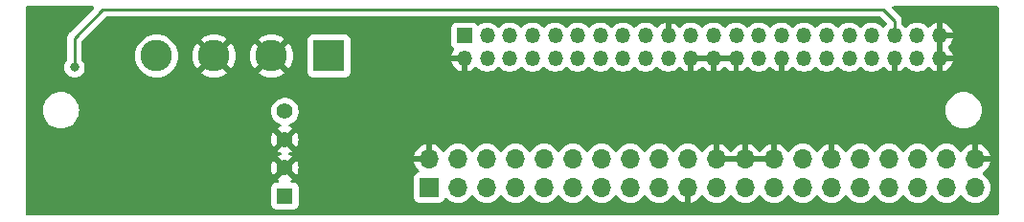
<source format=gbr>
%TF.GenerationSoftware,KiCad,Pcbnew,7.0.1*%
%TF.CreationDate,2023-04-11T11:00:07-05:00*%
%TF.ProjectId,ata_40_to_ata_44_adapter,6174615f-3430-45f7-946f-5f6174615f34,rev?*%
%TF.SameCoordinates,Original*%
%TF.FileFunction,Copper,L2,Bot*%
%TF.FilePolarity,Positive*%
%FSLAX46Y46*%
G04 Gerber Fmt 4.6, Leading zero omitted, Abs format (unit mm)*
G04 Created by KiCad (PCBNEW 7.0.1) date 2023-04-11 11:00:07*
%MOMM*%
%LPD*%
G01*
G04 APERTURE LIST*
%TA.AperFunction,ComponentPad*%
%ADD10C,1.408000*%
%TD*%
%TA.AperFunction,ComponentPad*%
%ADD11R,1.408000X1.408000*%
%TD*%
%TA.AperFunction,ComponentPad*%
%ADD12C,2.780000*%
%TD*%
%TA.AperFunction,ComponentPad*%
%ADD13R,2.780000X2.780000*%
%TD*%
%TA.AperFunction,ComponentPad*%
%ADD14R,1.350000X1.350000*%
%TD*%
%TA.AperFunction,ComponentPad*%
%ADD15O,1.350000X1.350000*%
%TD*%
%TA.AperFunction,ComponentPad*%
%ADD16R,1.700000X1.700000*%
%TD*%
%TA.AperFunction,ComponentPad*%
%ADD17O,1.700000X1.700000*%
%TD*%
%TA.AperFunction,ViaPad*%
%ADD18C,0.800000*%
%TD*%
%TA.AperFunction,Conductor*%
%ADD19C,0.250000*%
%TD*%
G04 APERTURE END LIST*
D10*
%TO.P,J4,4,Pin_4*%
%TO.N,+12V*%
X96900000Y-75800000D03*
%TO.P,J4,3,Pin_3*%
%TO.N,GROUND*%
X96900000Y-78300000D03*
%TO.P,J4,2,Pin_2*%
X96900000Y-80800000D03*
D11*
%TO.P,J4,1,Pin_1*%
%TO.N,+5V*%
X96900000Y-83300000D03*
%TD*%
D12*
%TO.P,J3,4,Pin_4*%
%TO.N,+5V*%
X85560000Y-70900000D03*
%TO.P,J3,3,Pin_3*%
%TO.N,GROUND*%
X90640000Y-70900000D03*
%TO.P,J3,2,Pin_2*%
X95720000Y-70900000D03*
D13*
%TO.P,J3,1,Pin_1*%
%TO.N,+12V*%
X100800000Y-70900000D03*
%TD*%
D14*
%TO.P,J2,1,Pin_1*%
%TO.N,RESET*%
X112785000Y-69120000D03*
D15*
%TO.P,J2,2,Pin_2*%
%TO.N,GROUND*%
X112785000Y-71120000D03*
%TO.P,J2,3,Pin_3*%
%TO.N,DATA_07*%
X114785000Y-69120000D03*
%TO.P,J2,4,Pin_4*%
%TO.N,DATA_08*%
X114785000Y-71120000D03*
%TO.P,J2,5,Pin_5*%
%TO.N,DATA_06*%
X116785000Y-69120000D03*
%TO.P,J2,6,Pin_6*%
%TO.N,DATA_09*%
X116785000Y-71120000D03*
%TO.P,J2,7,Pin_7*%
%TO.N,DATA_05*%
X118785000Y-69120000D03*
%TO.P,J2,8,Pin_8*%
%TO.N,DATA_10*%
X118785000Y-71120000D03*
%TO.P,J2,9,Pin_9*%
%TO.N,DATA_04*%
X120785000Y-69120000D03*
%TO.P,J2,10,Pin_10*%
%TO.N,DATA_11*%
X120785000Y-71120000D03*
%TO.P,J2,11,Pin_11*%
%TO.N,DATA_03*%
X122785000Y-69120000D03*
%TO.P,J2,12,Pin_12*%
%TO.N,DATA_12*%
X122785000Y-71120000D03*
%TO.P,J2,13,Pin_13*%
%TO.N,DATA_02*%
X124785000Y-69120000D03*
%TO.P,J2,14,Pin_14*%
%TO.N,DATA_13*%
X124785000Y-71120000D03*
%TO.P,J2,15,Pin_15*%
%TO.N,DATA_01*%
X126785000Y-69120000D03*
%TO.P,J2,16,Pin_16*%
%TO.N,DATA_14*%
X126785000Y-71120000D03*
%TO.P,J2,17,Pin_17*%
%TO.N,DATA_00*%
X128785000Y-69120000D03*
%TO.P,J2,18,Pin_18*%
%TO.N,DATA_15*%
X128785000Y-71120000D03*
%TO.P,J2,19,Pin_19*%
%TO.N,GROUND*%
X130785000Y-69120000D03*
%TO.P,J2,20,Pin_20*%
%TO.N,unconnected-(J2-Pin_20-Pad20)*%
X130785000Y-71120000D03*
%TO.P,J2,21,Pin_21*%
%TO.N,DMA_REQ*%
X132785000Y-69120000D03*
%TO.P,J2,22,Pin_22*%
%TO.N,GROUND*%
X132785000Y-71120000D03*
%TO.P,J2,23,Pin_23*%
%TO.N,WRITE_STROBE*%
X134785000Y-69120000D03*
%TO.P,J2,24,Pin_24*%
%TO.N,GROUND*%
X134785000Y-71120000D03*
%TO.P,J2,25,Pin_25*%
%TO.N,READ_STROBE*%
X136785000Y-69120000D03*
%TO.P,J2,26,Pin_26*%
%TO.N,GROUND*%
X136785000Y-71120000D03*
%TO.P,J2,27,Pin_27*%
%TO.N,IO_READY*%
X138785000Y-69120000D03*
%TO.P,J2,28,Pin_28*%
%TO.N,DEVICE_CFG*%
X138785000Y-71120000D03*
%TO.P,J2,29,Pin_29*%
%TO.N,DMA_ACK*%
X140785000Y-69120000D03*
%TO.P,J2,30,Pin_30*%
%TO.N,GROUND*%
X140785000Y-71120000D03*
%TO.P,J2,31,Pin_31*%
%TO.N,INTERRUPT_REQ*%
X142785000Y-69120000D03*
%TO.P,J2,32,Pin_32*%
%TO.N,IO_CHIPSEL_16*%
X142785000Y-71120000D03*
%TO.P,J2,33,Pin_33*%
%TO.N,ADDRESS_1*%
X144785000Y-69120000D03*
%TO.P,J2,34,Pin_34*%
%TO.N,PASSED_DIAG*%
X144785000Y-71120000D03*
%TO.P,J2,35,Pin_35*%
%TO.N,ADDRESS_0*%
X146785000Y-69120000D03*
%TO.P,J2,36,Pin_36*%
%TO.N,ADDRESS_2*%
X146785000Y-71120000D03*
%TO.P,J2,37,Pin_37*%
%TO.N,IDE_CS0*%
X148785000Y-69120000D03*
%TO.P,J2,38,Pin_38*%
%TO.N,IDE_CS1*%
X148785000Y-71120000D03*
%TO.P,J2,39,Pin_39*%
%TO.N,LED_DRIVER*%
X150785000Y-69120000D03*
%TO.P,J2,40,Pin_40*%
%TO.N,GROUND*%
X150785000Y-71120000D03*
%TO.P,J2,41,Pin_41*%
%TO.N,+5V*%
X152785000Y-69120000D03*
%TO.P,J2,42,Pin_42*%
X152785000Y-71120000D03*
%TO.P,J2,43,Pin_43*%
%TO.N,GROUND*%
X154785000Y-69120000D03*
%TO.P,J2,44,Pin_44*%
X154785000Y-71120000D03*
%TD*%
D16*
%TO.P,J1,1,Pin_1*%
%TO.N,RESET*%
X109660000Y-82560000D03*
D17*
%TO.P,J1,2,Pin_2*%
%TO.N,GROUND*%
X109660000Y-80020000D03*
%TO.P,J1,3,Pin_3*%
%TO.N,DATA_07*%
X112200000Y-82560000D03*
%TO.P,J1,4,Pin_4*%
%TO.N,DATA_08*%
X112200000Y-80020000D03*
%TO.P,J1,5,Pin_5*%
%TO.N,DATA_06*%
X114740000Y-82560000D03*
%TO.P,J1,6,Pin_6*%
%TO.N,DATA_09*%
X114740000Y-80020000D03*
%TO.P,J1,7,Pin_7*%
%TO.N,DATA_05*%
X117280000Y-82560000D03*
%TO.P,J1,8,Pin_8*%
%TO.N,DATA_10*%
X117280000Y-80020000D03*
%TO.P,J1,9,Pin_9*%
%TO.N,DATA_04*%
X119820000Y-82560000D03*
%TO.P,J1,10,Pin_10*%
%TO.N,DATA_11*%
X119820000Y-80020000D03*
%TO.P,J1,11,Pin_11*%
%TO.N,DATA_03*%
X122360000Y-82560000D03*
%TO.P,J1,12,Pin_12*%
%TO.N,DATA_12*%
X122360000Y-80020000D03*
%TO.P,J1,13,Pin_13*%
%TO.N,DATA_02*%
X124900000Y-82560000D03*
%TO.P,J1,14,Pin_14*%
%TO.N,DATA_13*%
X124900000Y-80020000D03*
%TO.P,J1,15,Pin_15*%
%TO.N,DATA_01*%
X127440000Y-82560000D03*
%TO.P,J1,16,Pin_16*%
%TO.N,DATA_14*%
X127440000Y-80020000D03*
%TO.P,J1,17,Pin_17*%
%TO.N,DATA_00*%
X129980000Y-82560000D03*
%TO.P,J1,18,Pin_18*%
%TO.N,DATA_15*%
X129980000Y-80020000D03*
%TO.P,J1,19,Pin_19*%
%TO.N,GROUND*%
X132520000Y-82560000D03*
%TO.P,J1,20,Pin_20*%
%TO.N,unconnected-(J1-Pin_20-Pad20)*%
X132520000Y-80020000D03*
%TO.P,J1,21,Pin_21*%
%TO.N,DMA_REQ*%
X135060000Y-82560000D03*
%TO.P,J1,22,Pin_22*%
%TO.N,GROUND*%
X135060000Y-80020000D03*
%TO.P,J1,23,Pin_23*%
%TO.N,WRITE_STROBE*%
X137600000Y-82560000D03*
%TO.P,J1,24,Pin_24*%
%TO.N,GROUND*%
X137600000Y-80020000D03*
%TO.P,J1,25,Pin_25*%
%TO.N,READ_STROBE*%
X140140000Y-82560000D03*
%TO.P,J1,26,Pin_26*%
%TO.N,GROUND*%
X140140000Y-80020000D03*
%TO.P,J1,27,Pin_27*%
%TO.N,IO_READY*%
X142680000Y-82560000D03*
%TO.P,J1,28,Pin_28*%
%TO.N,DEVICE_CFG*%
X142680000Y-80020000D03*
%TO.P,J1,29,Pin_29*%
%TO.N,DMA_ACK*%
X145220000Y-82560000D03*
%TO.P,J1,30,Pin_30*%
%TO.N,GROUND*%
X145220000Y-80020000D03*
%TO.P,J1,31,Pin_31*%
%TO.N,INTERRUPT_REQ*%
X147760000Y-82560000D03*
%TO.P,J1,32,Pin_32*%
%TO.N,IO_CHIPSEL_16*%
X147760000Y-80020000D03*
%TO.P,J1,33,Pin_33*%
%TO.N,ADDRESS_1*%
X150300000Y-82560000D03*
%TO.P,J1,34,Pin_34*%
%TO.N,PASSED_DIAG*%
X150300000Y-80020000D03*
%TO.P,J1,35,Pin_35*%
%TO.N,ADDRESS_0*%
X152840000Y-82560000D03*
%TO.P,J1,36,Pin_36*%
%TO.N,ADDRESS_2*%
X152840000Y-80020000D03*
%TO.P,J1,37,Pin_37*%
%TO.N,IDE_CS0*%
X155380000Y-82560000D03*
%TO.P,J1,38,Pin_38*%
%TO.N,IDE_CS1*%
X155380000Y-80020000D03*
%TO.P,J1,39,Pin_39*%
%TO.N,LED_DRIVER*%
X157920000Y-82560000D03*
%TO.P,J1,40,Pin_40*%
%TO.N,GROUND*%
X157920000Y-80020000D03*
%TD*%
D18*
%TO.N,LED_DRIVER*%
X78300000Y-71900000D03*
%TD*%
D19*
%TO.N,LED_DRIVER*%
X78300000Y-69300000D02*
X78300000Y-71900000D01*
X149800000Y-66800000D02*
X80800000Y-66800000D01*
X80800000Y-66800000D02*
X78300000Y-69300000D01*
X150785000Y-67785000D02*
X149800000Y-66800000D01*
X150785000Y-69120000D02*
X150785000Y-67785000D01*
%TD*%
%TA.AperFunction,Conductor*%
%TO.N,GROUND*%
G36*
X79971843Y-66514015D02*
G01*
X80015866Y-66551615D01*
X80038021Y-66605102D01*
X80033479Y-66662818D01*
X80003229Y-66712181D01*
X77916208Y-68799199D01*
X77900110Y-68812096D01*
X77852096Y-68863225D01*
X77849391Y-68866017D01*
X77829874Y-68885534D01*
X77827415Y-68888705D01*
X77819842Y-68897572D01*
X77789935Y-68929420D01*
X77780285Y-68946974D01*
X77769609Y-68963228D01*
X77757326Y-68979063D01*
X77739975Y-69019158D01*
X77734838Y-69029644D01*
X77713802Y-69067907D01*
X77708821Y-69087309D01*
X77702520Y-69105711D01*
X77694561Y-69124102D01*
X77687728Y-69167242D01*
X77685360Y-69178674D01*
X77674500Y-69220978D01*
X77674500Y-69241016D01*
X77672973Y-69260415D01*
X77669840Y-69280194D01*
X77673950Y-69323675D01*
X77674500Y-69335344D01*
X77674500Y-71201313D01*
X77666264Y-71245751D01*
X77642652Y-71284282D01*
X77609545Y-71321051D01*
X77567464Y-71367786D01*
X77472820Y-71531715D01*
X77414326Y-71711742D01*
X77394540Y-71900000D01*
X77414326Y-72088257D01*
X77472820Y-72268284D01*
X77567466Y-72432216D01*
X77694129Y-72572889D01*
X77847269Y-72684151D01*
X78020197Y-72761144D01*
X78205352Y-72800500D01*
X78205354Y-72800500D01*
X78394646Y-72800500D01*
X78394648Y-72800500D01*
X78518084Y-72774262D01*
X78579803Y-72761144D01*
X78752730Y-72684151D01*
X78905871Y-72572888D01*
X79032533Y-72432216D01*
X79127179Y-72268284D01*
X79185674Y-72088256D01*
X79205460Y-71900000D01*
X79185674Y-71711744D01*
X79155332Y-71618363D01*
X79127179Y-71531715D01*
X79032535Y-71367786D01*
X79019427Y-71353229D01*
X78957347Y-71284282D01*
X78933736Y-71245751D01*
X78925500Y-71201313D01*
X78925500Y-70899999D01*
X83664670Y-70899999D01*
X83683963Y-71169734D01*
X83741443Y-71433971D01*
X83835949Y-71687350D01*
X83965548Y-71924693D01*
X84127606Y-72141177D01*
X84318822Y-72332393D01*
X84535306Y-72494451D01*
X84535308Y-72494452D01*
X84772652Y-72624052D01*
X85026024Y-72718555D01*
X85026027Y-72718555D01*
X85026028Y-72718556D01*
X85075415Y-72729299D01*
X85290267Y-72776037D01*
X85560000Y-72795329D01*
X85829733Y-72776037D01*
X86093976Y-72718555D01*
X86347348Y-72624052D01*
X86584692Y-72494452D01*
X86708818Y-72401533D01*
X89492018Y-72401533D01*
X89492019Y-72401534D01*
X89615576Y-72494029D01*
X89852856Y-72623593D01*
X90106169Y-72718075D01*
X90370336Y-72775540D01*
X90640000Y-72794828D01*
X90909663Y-72775540D01*
X91173830Y-72718075D01*
X91427143Y-72623593D01*
X91664423Y-72494029D01*
X91787980Y-72401534D01*
X91787980Y-72401533D01*
X94572018Y-72401533D01*
X94572019Y-72401534D01*
X94695576Y-72494029D01*
X94932856Y-72623593D01*
X95186169Y-72718075D01*
X95450336Y-72775540D01*
X95720000Y-72794828D01*
X95989663Y-72775540D01*
X96253830Y-72718075D01*
X96507143Y-72623593D01*
X96744423Y-72494029D01*
X96867980Y-72401534D01*
X96867980Y-72401533D01*
X96804316Y-72337869D01*
X98909500Y-72337869D01*
X98915909Y-72397484D01*
X98941056Y-72464907D01*
X98966204Y-72532331D01*
X99052454Y-72647546D01*
X99167669Y-72733796D01*
X99302517Y-72784091D01*
X99362127Y-72790500D01*
X102237872Y-72790499D01*
X102297483Y-72784091D01*
X102432331Y-72733796D01*
X102547546Y-72647546D01*
X102633796Y-72532331D01*
X102684091Y-72397483D01*
X102690500Y-72337873D01*
X102690500Y-71370000D01*
X111634495Y-71370000D01*
X111684651Y-71546278D01*
X111781712Y-71741205D01*
X111912944Y-71914985D01*
X112073868Y-72061685D01*
X112259012Y-72176322D01*
X112462069Y-72254986D01*
X112535000Y-72268620D01*
X112535000Y-71370000D01*
X111634495Y-71370000D01*
X102690500Y-71370000D01*
X102690499Y-69462128D01*
X102684091Y-69402517D01*
X102633796Y-69267669D01*
X102547546Y-69152454D01*
X102432331Y-69066204D01*
X102297483Y-69015909D01*
X102237873Y-69009500D01*
X102237869Y-69009500D01*
X99362130Y-69009500D01*
X99302515Y-69015909D01*
X99167669Y-69066204D01*
X99052454Y-69152454D01*
X98966204Y-69267668D01*
X98915909Y-69402516D01*
X98909500Y-69462130D01*
X98909500Y-72337869D01*
X96804316Y-72337869D01*
X95720001Y-71253553D01*
X95720000Y-71253553D01*
X94572018Y-72401533D01*
X91787980Y-72401533D01*
X90640001Y-71253553D01*
X90640000Y-71253553D01*
X89492018Y-72401533D01*
X86708818Y-72401533D01*
X86801177Y-72332394D01*
X86992394Y-72141177D01*
X87154452Y-71924692D01*
X87284052Y-71687348D01*
X87378555Y-71433976D01*
X87436037Y-71169733D01*
X87455329Y-70900000D01*
X88745171Y-70900000D01*
X88764459Y-71169663D01*
X88821924Y-71433830D01*
X88916406Y-71687143D01*
X89045967Y-71924418D01*
X89138465Y-72047980D01*
X90286446Y-70900001D01*
X90286446Y-70900000D01*
X90993553Y-70900000D01*
X92141533Y-72047980D01*
X92141534Y-72047980D01*
X92234029Y-71924423D01*
X92363593Y-71687143D01*
X92458075Y-71433830D01*
X92515540Y-71169663D01*
X92534828Y-70900000D01*
X93825171Y-70900000D01*
X93844459Y-71169663D01*
X93901924Y-71433830D01*
X93996406Y-71687143D01*
X94125967Y-71924418D01*
X94218465Y-72047980D01*
X95366446Y-70900001D01*
X96073553Y-70900001D01*
X97221533Y-72047980D01*
X97221534Y-72047980D01*
X97314029Y-71924423D01*
X97443593Y-71687143D01*
X97538075Y-71433830D01*
X97595540Y-71169663D01*
X97614828Y-70900000D01*
X97595540Y-70630336D01*
X97538075Y-70366169D01*
X97443593Y-70112856D01*
X97314029Y-69875576D01*
X97221534Y-69752019D01*
X97221533Y-69752018D01*
X96073553Y-70900000D01*
X96073553Y-70900001D01*
X95366446Y-70900001D01*
X95366446Y-70900000D01*
X94218465Y-69752018D01*
X94125967Y-69875580D01*
X93996406Y-70112856D01*
X93901924Y-70366169D01*
X93844459Y-70630336D01*
X93825171Y-70900000D01*
X92534828Y-70900000D01*
X92515540Y-70630336D01*
X92458075Y-70366169D01*
X92363593Y-70112856D01*
X92234029Y-69875576D01*
X92141534Y-69752019D01*
X92141533Y-69752018D01*
X90993553Y-70900000D01*
X90286446Y-70900000D01*
X89138465Y-69752018D01*
X89045967Y-69875580D01*
X88916406Y-70112856D01*
X88821924Y-70366169D01*
X88764459Y-70630336D01*
X88745171Y-70900000D01*
X87455329Y-70900000D01*
X87436037Y-70630267D01*
X87378555Y-70366024D01*
X87284052Y-70112652D01*
X87154452Y-69875308D01*
X87118840Y-69827736D01*
X86992393Y-69658822D01*
X86801177Y-69467606D01*
X86708815Y-69398465D01*
X89492018Y-69398465D01*
X90639998Y-70546446D01*
X90639999Y-70546446D01*
X91787980Y-69398465D01*
X94572018Y-69398465D01*
X95719998Y-70546446D01*
X95719999Y-70546446D01*
X96867980Y-69398465D01*
X96744418Y-69305967D01*
X96507143Y-69176406D01*
X96253830Y-69081924D01*
X95989663Y-69024459D01*
X95720000Y-69005171D01*
X95450336Y-69024459D01*
X95186169Y-69081924D01*
X94932856Y-69176406D01*
X94695580Y-69305967D01*
X94572018Y-69398465D01*
X91787980Y-69398465D01*
X91664418Y-69305967D01*
X91427143Y-69176406D01*
X91173830Y-69081924D01*
X90909663Y-69024459D01*
X90640000Y-69005171D01*
X90370336Y-69024459D01*
X90106169Y-69081924D01*
X89852856Y-69176406D01*
X89615580Y-69305967D01*
X89492018Y-69398465D01*
X86708815Y-69398465D01*
X86584693Y-69305548D01*
X86347350Y-69175949D01*
X86347349Y-69175948D01*
X86347348Y-69175948D01*
X86159036Y-69105711D01*
X86093971Y-69081443D01*
X85829734Y-69023963D01*
X85560000Y-69004670D01*
X85290265Y-69023963D01*
X85026028Y-69081443D01*
X84772649Y-69175949D01*
X84535306Y-69305548D01*
X84318822Y-69467606D01*
X84127606Y-69658822D01*
X83965548Y-69875306D01*
X83835949Y-70112649D01*
X83741443Y-70366028D01*
X83683963Y-70630265D01*
X83664670Y-70899999D01*
X78925500Y-70899999D01*
X78925500Y-69610452D01*
X78934939Y-69562999D01*
X78961819Y-69522771D01*
X81022772Y-67461819D01*
X81063000Y-67434939D01*
X81110453Y-67425500D01*
X149489548Y-67425500D01*
X149537001Y-67434939D01*
X149577228Y-67461818D01*
X150098592Y-67983183D01*
X150128018Y-68030099D01*
X150134084Y-68085148D01*
X150115579Y-68137348D01*
X150076194Y-68176285D01*
X150073569Y-68177910D01*
X149912573Y-68324677D01*
X149883954Y-68362575D01*
X149840271Y-68398848D01*
X149785000Y-68411848D01*
X149729729Y-68398848D01*
X149686046Y-68362575D01*
X149657681Y-68325015D01*
X149657427Y-68324678D01*
X149496432Y-68177912D01*
X149430919Y-68137348D01*
X149311208Y-68063226D01*
X149108073Y-67984531D01*
X149108070Y-67984530D01*
X149108069Y-67984530D01*
X148893926Y-67944500D01*
X148676074Y-67944500D01*
X148469148Y-67983181D01*
X148461926Y-67984531D01*
X148258791Y-68063226D01*
X148073567Y-68177912D01*
X147912573Y-68324677D01*
X147883954Y-68362575D01*
X147840271Y-68398848D01*
X147785000Y-68411848D01*
X147729729Y-68398848D01*
X147686046Y-68362575D01*
X147657681Y-68325015D01*
X147657427Y-68324678D01*
X147496432Y-68177912D01*
X147430919Y-68137348D01*
X147311208Y-68063226D01*
X147108073Y-67984531D01*
X147108070Y-67984530D01*
X147108069Y-67984530D01*
X146893926Y-67944500D01*
X146676074Y-67944500D01*
X146469148Y-67983181D01*
X146461926Y-67984531D01*
X146258791Y-68063226D01*
X146073567Y-68177912D01*
X145912573Y-68324677D01*
X145883954Y-68362575D01*
X145840271Y-68398848D01*
X145785000Y-68411848D01*
X145729729Y-68398848D01*
X145686046Y-68362575D01*
X145657681Y-68325015D01*
X145657427Y-68324678D01*
X145496432Y-68177912D01*
X145430919Y-68137348D01*
X145311208Y-68063226D01*
X145108073Y-67984531D01*
X145108070Y-67984530D01*
X145108069Y-67984530D01*
X144893926Y-67944500D01*
X144676074Y-67944500D01*
X144469148Y-67983181D01*
X144461926Y-67984531D01*
X144258791Y-68063226D01*
X144073567Y-68177912D01*
X143912573Y-68324677D01*
X143883954Y-68362575D01*
X143840271Y-68398848D01*
X143785000Y-68411848D01*
X143729729Y-68398848D01*
X143686046Y-68362575D01*
X143657681Y-68325015D01*
X143657427Y-68324678D01*
X143496432Y-68177912D01*
X143430919Y-68137348D01*
X143311208Y-68063226D01*
X143108073Y-67984531D01*
X143108070Y-67984530D01*
X143108069Y-67984530D01*
X142893926Y-67944500D01*
X142676074Y-67944500D01*
X142469148Y-67983181D01*
X142461926Y-67984531D01*
X142258791Y-68063226D01*
X142073567Y-68177912D01*
X141912573Y-68324677D01*
X141883954Y-68362575D01*
X141840271Y-68398848D01*
X141785000Y-68411848D01*
X141729729Y-68398848D01*
X141686046Y-68362575D01*
X141657681Y-68325015D01*
X141657427Y-68324678D01*
X141496432Y-68177912D01*
X141430919Y-68137348D01*
X141311208Y-68063226D01*
X141108073Y-67984531D01*
X141108070Y-67984530D01*
X141108069Y-67984530D01*
X140893926Y-67944500D01*
X140676074Y-67944500D01*
X140469148Y-67983181D01*
X140461926Y-67984531D01*
X140258791Y-68063226D01*
X140073567Y-68177912D01*
X139912573Y-68324677D01*
X139883954Y-68362575D01*
X139840271Y-68398848D01*
X139785000Y-68411848D01*
X139729729Y-68398848D01*
X139686046Y-68362575D01*
X139657681Y-68325015D01*
X139657427Y-68324678D01*
X139496432Y-68177912D01*
X139430919Y-68137348D01*
X139311208Y-68063226D01*
X139108073Y-67984531D01*
X139108070Y-67984530D01*
X139108069Y-67984530D01*
X138893926Y-67944500D01*
X138676074Y-67944500D01*
X138469148Y-67983181D01*
X138461926Y-67984531D01*
X138258791Y-68063226D01*
X138073567Y-68177912D01*
X137912573Y-68324677D01*
X137883954Y-68362575D01*
X137840271Y-68398848D01*
X137785000Y-68411848D01*
X137729729Y-68398848D01*
X137686046Y-68362575D01*
X137657681Y-68325015D01*
X137657427Y-68324678D01*
X137496432Y-68177912D01*
X137430919Y-68137348D01*
X137311208Y-68063226D01*
X137108073Y-67984531D01*
X137108070Y-67984530D01*
X137108069Y-67984530D01*
X136893926Y-67944500D01*
X136676074Y-67944500D01*
X136469148Y-67983181D01*
X136461926Y-67984531D01*
X136258791Y-68063226D01*
X136073567Y-68177912D01*
X135912573Y-68324677D01*
X135883954Y-68362575D01*
X135840271Y-68398848D01*
X135785000Y-68411848D01*
X135729729Y-68398848D01*
X135686046Y-68362575D01*
X135657681Y-68325015D01*
X135657427Y-68324678D01*
X135496432Y-68177912D01*
X135430919Y-68137348D01*
X135311208Y-68063226D01*
X135108073Y-67984531D01*
X135108070Y-67984530D01*
X135108069Y-67984530D01*
X134893926Y-67944500D01*
X134676074Y-67944500D01*
X134469148Y-67983181D01*
X134461926Y-67984531D01*
X134258791Y-68063226D01*
X134073567Y-68177912D01*
X133912573Y-68324677D01*
X133883954Y-68362575D01*
X133840271Y-68398848D01*
X133785000Y-68411848D01*
X133729729Y-68398848D01*
X133686046Y-68362575D01*
X133657681Y-68325015D01*
X133657427Y-68324678D01*
X133496432Y-68177912D01*
X133430919Y-68137348D01*
X133311208Y-68063226D01*
X133108073Y-67984531D01*
X133108070Y-67984530D01*
X133108069Y-67984530D01*
X132893926Y-67944500D01*
X132676074Y-67944500D01*
X132469148Y-67983181D01*
X132461926Y-67984531D01*
X132258791Y-68063226D01*
X132073567Y-68177912D01*
X131912572Y-68324678D01*
X131883639Y-68362991D01*
X131839956Y-68399264D01*
X131784685Y-68412263D01*
X131729413Y-68399263D01*
X131685731Y-68362989D01*
X131657054Y-68325013D01*
X131496131Y-68178314D01*
X131310987Y-68063677D01*
X131107930Y-67985013D01*
X131035000Y-67971380D01*
X131035000Y-69246000D01*
X131018387Y-69308000D01*
X130973000Y-69353387D01*
X130911000Y-69370000D01*
X130659000Y-69370000D01*
X130597000Y-69353387D01*
X130551613Y-69308000D01*
X130535000Y-69246000D01*
X130535000Y-67971380D01*
X130462069Y-67985013D01*
X130259012Y-68063677D01*
X130073868Y-68178314D01*
X129912944Y-68325015D01*
X129884267Y-68362990D01*
X129840584Y-68399263D01*
X129785313Y-68412263D01*
X129730041Y-68399263D01*
X129686359Y-68362990D01*
X129657426Y-68324676D01*
X129496432Y-68177912D01*
X129311208Y-68063226D01*
X129108073Y-67984531D01*
X129108070Y-67984530D01*
X129108069Y-67984530D01*
X128893926Y-67944500D01*
X128676074Y-67944500D01*
X128469148Y-67983181D01*
X128461926Y-67984531D01*
X128258791Y-68063226D01*
X128073567Y-68177912D01*
X127912573Y-68324677D01*
X127883954Y-68362575D01*
X127840271Y-68398848D01*
X127785000Y-68411848D01*
X127729729Y-68398848D01*
X127686046Y-68362575D01*
X127657681Y-68325015D01*
X127657427Y-68324678D01*
X127496432Y-68177912D01*
X127430919Y-68137348D01*
X127311208Y-68063226D01*
X127108073Y-67984531D01*
X127108070Y-67984530D01*
X127108069Y-67984530D01*
X126893926Y-67944500D01*
X126676074Y-67944500D01*
X126469148Y-67983181D01*
X126461926Y-67984531D01*
X126258791Y-68063226D01*
X126073567Y-68177912D01*
X125912573Y-68324677D01*
X125883954Y-68362575D01*
X125840271Y-68398848D01*
X125785000Y-68411848D01*
X125729729Y-68398848D01*
X125686046Y-68362575D01*
X125657681Y-68325015D01*
X125657427Y-68324678D01*
X125496432Y-68177912D01*
X125430919Y-68137348D01*
X125311208Y-68063226D01*
X125108073Y-67984531D01*
X125108070Y-67984530D01*
X125108069Y-67984530D01*
X124893926Y-67944500D01*
X124676074Y-67944500D01*
X124469148Y-67983181D01*
X124461926Y-67984531D01*
X124258791Y-68063226D01*
X124073567Y-68177912D01*
X123912573Y-68324677D01*
X123883954Y-68362575D01*
X123840271Y-68398848D01*
X123785000Y-68411848D01*
X123729729Y-68398848D01*
X123686046Y-68362575D01*
X123657681Y-68325015D01*
X123657427Y-68324678D01*
X123496432Y-68177912D01*
X123430919Y-68137348D01*
X123311208Y-68063226D01*
X123108073Y-67984531D01*
X123108070Y-67984530D01*
X123108069Y-67984530D01*
X122893926Y-67944500D01*
X122676074Y-67944500D01*
X122469148Y-67983181D01*
X122461926Y-67984531D01*
X122258791Y-68063226D01*
X122073567Y-68177912D01*
X121912573Y-68324677D01*
X121883954Y-68362575D01*
X121840271Y-68398848D01*
X121785000Y-68411848D01*
X121729729Y-68398848D01*
X121686046Y-68362575D01*
X121657681Y-68325015D01*
X121657427Y-68324678D01*
X121496432Y-68177912D01*
X121430919Y-68137348D01*
X121311208Y-68063226D01*
X121108073Y-67984531D01*
X121108070Y-67984530D01*
X121108069Y-67984530D01*
X120893926Y-67944500D01*
X120676074Y-67944500D01*
X120469148Y-67983181D01*
X120461926Y-67984531D01*
X120258791Y-68063226D01*
X120073567Y-68177912D01*
X119912573Y-68324677D01*
X119883954Y-68362575D01*
X119840271Y-68398848D01*
X119785000Y-68411848D01*
X119729729Y-68398848D01*
X119686046Y-68362575D01*
X119657681Y-68325015D01*
X119657427Y-68324678D01*
X119496432Y-68177912D01*
X119430919Y-68137348D01*
X119311208Y-68063226D01*
X119108073Y-67984531D01*
X119108070Y-67984530D01*
X119108069Y-67984530D01*
X118893926Y-67944500D01*
X118676074Y-67944500D01*
X118469148Y-67983181D01*
X118461926Y-67984531D01*
X118258791Y-68063226D01*
X118073567Y-68177912D01*
X117912573Y-68324677D01*
X117883954Y-68362575D01*
X117840271Y-68398848D01*
X117785000Y-68411848D01*
X117729729Y-68398848D01*
X117686046Y-68362575D01*
X117657681Y-68325015D01*
X117657427Y-68324678D01*
X117496432Y-68177912D01*
X117430919Y-68137348D01*
X117311208Y-68063226D01*
X117108073Y-67984531D01*
X117108070Y-67984530D01*
X117108069Y-67984530D01*
X116893926Y-67944500D01*
X116676074Y-67944500D01*
X116469148Y-67983181D01*
X116461926Y-67984531D01*
X116258791Y-68063226D01*
X116073567Y-68177912D01*
X115912573Y-68324677D01*
X115883954Y-68362575D01*
X115840271Y-68398848D01*
X115785000Y-68411848D01*
X115729729Y-68398848D01*
X115686046Y-68362575D01*
X115657681Y-68325015D01*
X115657427Y-68324678D01*
X115496432Y-68177912D01*
X115430919Y-68137348D01*
X115311208Y-68063226D01*
X115108073Y-67984531D01*
X115108070Y-67984530D01*
X115108069Y-67984530D01*
X114893926Y-67944500D01*
X114676074Y-67944500D01*
X114469148Y-67983181D01*
X114461926Y-67984531D01*
X114258794Y-68063225D01*
X114073564Y-68177914D01*
X114062584Y-68187924D01*
X114001661Y-68218203D01*
X113933932Y-68211782D01*
X113879784Y-68170593D01*
X113817546Y-68087454D01*
X113702331Y-68001204D01*
X113567483Y-67950909D01*
X113567482Y-67950908D01*
X113507873Y-67944500D01*
X113507869Y-67944500D01*
X112062130Y-67944500D01*
X112002515Y-67950909D01*
X111867669Y-68001204D01*
X111752454Y-68087454D01*
X111666204Y-68202668D01*
X111615909Y-68337516D01*
X111609500Y-68397130D01*
X111609500Y-69842869D01*
X111615909Y-69902484D01*
X111620698Y-69915324D01*
X111666204Y-70037331D01*
X111752454Y-70152546D01*
X111830936Y-70211298D01*
X111838504Y-70216963D01*
X111878250Y-70267577D01*
X111887274Y-70331296D01*
X111863148Y-70390956D01*
X111781712Y-70498795D01*
X111684651Y-70693721D01*
X111634494Y-70869999D01*
X111634495Y-70870000D01*
X112911000Y-70870000D01*
X112973000Y-70886613D01*
X113018387Y-70932000D01*
X113035000Y-70994000D01*
X113035000Y-72268620D01*
X113107930Y-72254986D01*
X113310987Y-72176322D01*
X113496131Y-72061685D01*
X113657052Y-71914987D01*
X113685730Y-71877011D01*
X113729413Y-71840737D01*
X113784685Y-71827736D01*
X113839957Y-71840735D01*
X113883640Y-71877009D01*
X113912573Y-71915323D01*
X114058092Y-72047980D01*
X114073568Y-72062088D01*
X114115831Y-72088256D01*
X114258791Y-72176773D01*
X114442991Y-72248132D01*
X114461931Y-72255470D01*
X114676074Y-72295500D01*
X114893924Y-72295500D01*
X114893926Y-72295500D01*
X115108069Y-72255470D01*
X115243496Y-72203004D01*
X115311208Y-72176773D01*
X115311210Y-72176772D01*
X115496432Y-72062088D01*
X115657427Y-71915322D01*
X115686045Y-71877424D01*
X115729728Y-71841150D01*
X115785000Y-71828150D01*
X115840272Y-71841150D01*
X115883955Y-71877425D01*
X115912572Y-71915322D01*
X116058092Y-72047980D01*
X116073568Y-72062088D01*
X116115831Y-72088256D01*
X116258791Y-72176773D01*
X116442991Y-72248132D01*
X116461931Y-72255470D01*
X116676074Y-72295500D01*
X116893924Y-72295500D01*
X116893926Y-72295500D01*
X117108069Y-72255470D01*
X117243496Y-72203004D01*
X117311208Y-72176773D01*
X117311210Y-72176772D01*
X117496432Y-72062088D01*
X117657427Y-71915322D01*
X117686045Y-71877424D01*
X117729728Y-71841150D01*
X117785000Y-71828150D01*
X117840272Y-71841150D01*
X117883955Y-71877425D01*
X117912572Y-71915322D01*
X118058092Y-72047980D01*
X118073568Y-72062088D01*
X118115831Y-72088256D01*
X118258791Y-72176773D01*
X118442991Y-72248132D01*
X118461931Y-72255470D01*
X118676074Y-72295500D01*
X118893924Y-72295500D01*
X118893926Y-72295500D01*
X119108069Y-72255470D01*
X119243496Y-72203004D01*
X119311208Y-72176773D01*
X119311210Y-72176772D01*
X119496432Y-72062088D01*
X119657427Y-71915322D01*
X119686045Y-71877424D01*
X119729728Y-71841150D01*
X119785000Y-71828150D01*
X119840272Y-71841150D01*
X119883955Y-71877425D01*
X119912572Y-71915322D01*
X120058092Y-72047980D01*
X120073568Y-72062088D01*
X120115831Y-72088256D01*
X120258791Y-72176773D01*
X120442991Y-72248132D01*
X120461931Y-72255470D01*
X120676074Y-72295500D01*
X120893924Y-72295500D01*
X120893926Y-72295500D01*
X121108069Y-72255470D01*
X121243496Y-72203004D01*
X121311208Y-72176773D01*
X121311210Y-72176772D01*
X121496432Y-72062088D01*
X121657427Y-71915322D01*
X121686045Y-71877424D01*
X121729728Y-71841150D01*
X121785000Y-71828150D01*
X121840272Y-71841150D01*
X121883955Y-71877425D01*
X121912572Y-71915322D01*
X122058092Y-72047980D01*
X122073568Y-72062088D01*
X122115831Y-72088256D01*
X122258791Y-72176773D01*
X122442991Y-72248132D01*
X122461931Y-72255470D01*
X122676074Y-72295500D01*
X122893924Y-72295500D01*
X122893926Y-72295500D01*
X123108069Y-72255470D01*
X123243496Y-72203004D01*
X123311208Y-72176773D01*
X123311210Y-72176772D01*
X123496432Y-72062088D01*
X123657427Y-71915322D01*
X123686045Y-71877424D01*
X123729728Y-71841150D01*
X123785000Y-71828150D01*
X123840272Y-71841150D01*
X123883955Y-71877425D01*
X123912572Y-71915322D01*
X124058092Y-72047980D01*
X124073568Y-72062088D01*
X124115831Y-72088256D01*
X124258791Y-72176773D01*
X124442991Y-72248132D01*
X124461931Y-72255470D01*
X124676074Y-72295500D01*
X124893924Y-72295500D01*
X124893926Y-72295500D01*
X125108069Y-72255470D01*
X125243496Y-72203004D01*
X125311208Y-72176773D01*
X125311210Y-72176772D01*
X125496432Y-72062088D01*
X125657427Y-71915322D01*
X125686045Y-71877424D01*
X125729728Y-71841150D01*
X125785000Y-71828150D01*
X125840272Y-71841150D01*
X125883955Y-71877425D01*
X125912572Y-71915322D01*
X126058092Y-72047980D01*
X126073568Y-72062088D01*
X126115831Y-72088256D01*
X126258791Y-72176773D01*
X126442991Y-72248132D01*
X126461931Y-72255470D01*
X126676074Y-72295500D01*
X126893924Y-72295500D01*
X126893926Y-72295500D01*
X127108069Y-72255470D01*
X127243496Y-72203004D01*
X127311208Y-72176773D01*
X127311210Y-72176772D01*
X127496432Y-72062088D01*
X127657427Y-71915322D01*
X127686045Y-71877424D01*
X127729728Y-71841150D01*
X127785000Y-71828150D01*
X127840272Y-71841150D01*
X127883955Y-71877425D01*
X127912572Y-71915322D01*
X128058092Y-72047980D01*
X128073568Y-72062088D01*
X128115831Y-72088256D01*
X128258791Y-72176773D01*
X128442991Y-72248132D01*
X128461931Y-72255470D01*
X128676074Y-72295500D01*
X128893924Y-72295500D01*
X128893926Y-72295500D01*
X129108069Y-72255470D01*
X129243496Y-72203004D01*
X129311208Y-72176773D01*
X129311210Y-72176772D01*
X129496432Y-72062088D01*
X129657427Y-71915322D01*
X129686045Y-71877424D01*
X129729728Y-71841150D01*
X129785000Y-71828150D01*
X129840272Y-71841150D01*
X129883955Y-71877425D01*
X129912572Y-71915322D01*
X130058092Y-72047980D01*
X130073568Y-72062088D01*
X130115831Y-72088256D01*
X130258791Y-72176773D01*
X130442991Y-72248132D01*
X130461931Y-72255470D01*
X130676074Y-72295500D01*
X130893924Y-72295500D01*
X130893926Y-72295500D01*
X131108069Y-72255470D01*
X131243496Y-72203004D01*
X131311208Y-72176773D01*
X131311210Y-72176772D01*
X131496432Y-72062088D01*
X131657427Y-71915322D01*
X131686360Y-71877008D01*
X131730041Y-71840736D01*
X131785313Y-71827736D01*
X131840585Y-71840736D01*
X131884268Y-71877010D01*
X131912945Y-71914986D01*
X132073868Y-72061685D01*
X132259012Y-72176322D01*
X132462069Y-72254986D01*
X132535000Y-72268619D01*
X132535000Y-71370000D01*
X133035000Y-71370000D01*
X133035000Y-72268620D01*
X133107930Y-72254986D01*
X133310987Y-72176322D01*
X133496131Y-72061685D01*
X133657054Y-71914986D01*
X133686045Y-71876595D01*
X133729728Y-71840321D01*
X133785000Y-71827321D01*
X133840272Y-71840321D01*
X133883955Y-71876595D01*
X133912945Y-71914986D01*
X134073868Y-72061685D01*
X134259012Y-72176322D01*
X134462069Y-72254986D01*
X134535000Y-72268619D01*
X134535000Y-71370000D01*
X135035000Y-71370000D01*
X135035000Y-72268620D01*
X135107930Y-72254986D01*
X135310987Y-72176322D01*
X135496131Y-72061685D01*
X135657054Y-71914986D01*
X135686045Y-71876595D01*
X135729728Y-71840321D01*
X135785000Y-71827321D01*
X135840272Y-71840321D01*
X135883955Y-71876595D01*
X135912945Y-71914986D01*
X136073868Y-72061685D01*
X136259012Y-72176322D01*
X136462069Y-72254986D01*
X136535000Y-72268620D01*
X136535000Y-71370000D01*
X135035000Y-71370000D01*
X134535000Y-71370000D01*
X133035000Y-71370000D01*
X132535000Y-71370000D01*
X132535000Y-70994000D01*
X132551613Y-70932000D01*
X132597000Y-70886613D01*
X132659000Y-70870000D01*
X136911000Y-70870000D01*
X136973000Y-70886613D01*
X137018387Y-70932000D01*
X137035000Y-70994000D01*
X137035000Y-72268620D01*
X137107930Y-72254986D01*
X137310987Y-72176322D01*
X137496131Y-72061685D01*
X137657052Y-71914987D01*
X137685730Y-71877011D01*
X137729413Y-71840737D01*
X137784685Y-71827736D01*
X137839957Y-71840735D01*
X137883640Y-71877009D01*
X137912573Y-71915323D01*
X138058092Y-72047980D01*
X138073568Y-72062088D01*
X138115831Y-72088256D01*
X138258791Y-72176773D01*
X138442991Y-72248132D01*
X138461931Y-72255470D01*
X138676074Y-72295500D01*
X138893924Y-72295500D01*
X138893926Y-72295500D01*
X139108069Y-72255470D01*
X139243496Y-72203004D01*
X139311208Y-72176773D01*
X139311210Y-72176772D01*
X139496432Y-72062088D01*
X139657427Y-71915322D01*
X139686360Y-71877008D01*
X139730041Y-71840736D01*
X139785313Y-71827736D01*
X139840585Y-71840736D01*
X139884268Y-71877010D01*
X139912945Y-71914986D01*
X140073868Y-72061685D01*
X140259012Y-72176322D01*
X140462069Y-72254986D01*
X140535000Y-72268620D01*
X140535000Y-70994000D01*
X140551613Y-70932000D01*
X140597000Y-70886613D01*
X140659000Y-70870000D01*
X140911000Y-70870000D01*
X140973000Y-70886613D01*
X141018387Y-70932000D01*
X141035000Y-70994000D01*
X141035000Y-72268620D01*
X141107930Y-72254986D01*
X141310987Y-72176322D01*
X141496131Y-72061685D01*
X141657052Y-71914987D01*
X141685730Y-71877011D01*
X141729413Y-71840737D01*
X141784685Y-71827736D01*
X141839957Y-71840735D01*
X141883640Y-71877009D01*
X141912573Y-71915323D01*
X142058092Y-72047980D01*
X142073568Y-72062088D01*
X142115831Y-72088256D01*
X142258791Y-72176773D01*
X142442991Y-72248132D01*
X142461931Y-72255470D01*
X142676074Y-72295500D01*
X142893924Y-72295500D01*
X142893926Y-72295500D01*
X143108069Y-72255470D01*
X143243496Y-72203004D01*
X143311208Y-72176773D01*
X143311210Y-72176772D01*
X143496432Y-72062088D01*
X143657427Y-71915322D01*
X143686045Y-71877424D01*
X143729728Y-71841150D01*
X143785000Y-71828150D01*
X143840272Y-71841150D01*
X143883955Y-71877425D01*
X143912572Y-71915322D01*
X144058092Y-72047980D01*
X144073568Y-72062088D01*
X144115831Y-72088256D01*
X144258791Y-72176773D01*
X144442991Y-72248132D01*
X144461931Y-72255470D01*
X144676074Y-72295500D01*
X144893924Y-72295500D01*
X144893926Y-72295500D01*
X145108069Y-72255470D01*
X145243496Y-72203004D01*
X145311208Y-72176773D01*
X145311210Y-72176772D01*
X145496432Y-72062088D01*
X145657427Y-71915322D01*
X145686045Y-71877424D01*
X145729728Y-71841150D01*
X145785000Y-71828150D01*
X145840272Y-71841150D01*
X145883955Y-71877425D01*
X145912572Y-71915322D01*
X146058092Y-72047980D01*
X146073568Y-72062088D01*
X146115831Y-72088256D01*
X146258791Y-72176773D01*
X146442991Y-72248132D01*
X146461931Y-72255470D01*
X146676074Y-72295500D01*
X146893924Y-72295500D01*
X146893926Y-72295500D01*
X147108069Y-72255470D01*
X147243496Y-72203004D01*
X147311208Y-72176773D01*
X147311210Y-72176772D01*
X147496432Y-72062088D01*
X147657427Y-71915322D01*
X147686045Y-71877424D01*
X147729728Y-71841150D01*
X147785000Y-71828150D01*
X147840272Y-71841150D01*
X147883955Y-71877425D01*
X147912572Y-71915322D01*
X148058092Y-72047980D01*
X148073568Y-72062088D01*
X148115831Y-72088256D01*
X148258791Y-72176773D01*
X148442991Y-72248132D01*
X148461931Y-72255470D01*
X148676074Y-72295500D01*
X148893924Y-72295500D01*
X148893926Y-72295500D01*
X149108069Y-72255470D01*
X149243496Y-72203004D01*
X149311208Y-72176773D01*
X149311210Y-72176772D01*
X149496432Y-72062088D01*
X149657427Y-71915322D01*
X149686360Y-71877008D01*
X149730041Y-71840736D01*
X149785313Y-71827736D01*
X149840585Y-71840736D01*
X149884268Y-71877010D01*
X149912945Y-71914986D01*
X150073868Y-72061685D01*
X150259012Y-72176322D01*
X150462069Y-72254986D01*
X150535000Y-72268620D01*
X150535000Y-70994000D01*
X150551613Y-70932000D01*
X150597000Y-70886613D01*
X150659000Y-70870000D01*
X150911000Y-70870000D01*
X150973000Y-70886613D01*
X151018387Y-70932000D01*
X151035000Y-70994000D01*
X151035000Y-72268620D01*
X151107930Y-72254986D01*
X151310987Y-72176322D01*
X151496131Y-72061685D01*
X151657052Y-71914987D01*
X151685730Y-71877011D01*
X151729413Y-71840737D01*
X151784685Y-71827736D01*
X151839957Y-71840735D01*
X151883640Y-71877009D01*
X151912573Y-71915323D01*
X152058092Y-72047980D01*
X152073568Y-72062088D01*
X152115831Y-72088256D01*
X152258791Y-72176773D01*
X152442991Y-72248132D01*
X152461931Y-72255470D01*
X152676074Y-72295500D01*
X152893924Y-72295500D01*
X152893926Y-72295500D01*
X153108069Y-72255470D01*
X153243496Y-72203004D01*
X153311208Y-72176773D01*
X153311210Y-72176772D01*
X153496432Y-72062088D01*
X153657427Y-71915322D01*
X153686360Y-71877008D01*
X153730041Y-71840736D01*
X153785313Y-71827736D01*
X153840585Y-71840736D01*
X153884268Y-71877010D01*
X153912945Y-71914986D01*
X154073868Y-72061685D01*
X154259012Y-72176322D01*
X154462069Y-72254986D01*
X154535000Y-72268620D01*
X154535000Y-71370000D01*
X155035000Y-71370000D01*
X155035000Y-72268620D01*
X155107930Y-72254986D01*
X155310987Y-72176322D01*
X155496131Y-72061685D01*
X155657055Y-71914985D01*
X155788287Y-71741205D01*
X155885348Y-71546278D01*
X155935505Y-71370000D01*
X155035000Y-71370000D01*
X154535000Y-71370000D01*
X154535000Y-69370000D01*
X155035000Y-69370000D01*
X155035000Y-70870000D01*
X155935505Y-70870000D01*
X155935505Y-70869999D01*
X155885348Y-70693721D01*
X155788287Y-70498794D01*
X155657057Y-70325018D01*
X155532684Y-70211638D01*
X155496956Y-70153934D01*
X155496956Y-70086066D01*
X155532684Y-70028362D01*
X155657057Y-69914981D01*
X155788287Y-69741205D01*
X155885348Y-69546278D01*
X155935505Y-69370000D01*
X155035000Y-69370000D01*
X154535000Y-69370000D01*
X154535000Y-67971380D01*
X155035000Y-67971380D01*
X155035000Y-68870000D01*
X155935505Y-68870000D01*
X155935505Y-68869999D01*
X155885348Y-68693721D01*
X155788287Y-68498794D01*
X155657055Y-68325014D01*
X155496131Y-68178314D01*
X155310987Y-68063677D01*
X155107930Y-67985013D01*
X155035000Y-67971380D01*
X154535000Y-67971380D01*
X154462069Y-67985013D01*
X154259012Y-68063677D01*
X154073868Y-68178314D01*
X153912944Y-68325015D01*
X153884267Y-68362990D01*
X153840584Y-68399263D01*
X153785313Y-68412263D01*
X153730041Y-68399263D01*
X153686359Y-68362990D01*
X153657426Y-68324676D01*
X153496432Y-68177912D01*
X153311208Y-68063226D01*
X153108073Y-67984531D01*
X153108070Y-67984530D01*
X153108069Y-67984530D01*
X152893926Y-67944500D01*
X152676074Y-67944500D01*
X152469148Y-67983181D01*
X152461926Y-67984531D01*
X152258791Y-68063226D01*
X152073567Y-68177912D01*
X151912573Y-68324677D01*
X151883954Y-68362575D01*
X151840271Y-68398848D01*
X151785000Y-68411848D01*
X151729729Y-68398848D01*
X151686046Y-68362575D01*
X151657681Y-68325015D01*
X151657427Y-68324678D01*
X151496432Y-68177912D01*
X151493804Y-68176285D01*
X151469221Y-68161063D01*
X151426170Y-68115975D01*
X151410500Y-68055637D01*
X151410500Y-67867740D01*
X151412763Y-67847236D01*
X151410561Y-67777144D01*
X151410500Y-67773250D01*
X151410500Y-67745657D01*
X151410500Y-67745650D01*
X151409995Y-67741653D01*
X151409080Y-67730023D01*
X151407709Y-67686372D01*
X151402119Y-67667134D01*
X151398174Y-67648082D01*
X151395664Y-67628208D01*
X151379578Y-67587581D01*
X151375805Y-67576560D01*
X151363617Y-67534610D01*
X151353421Y-67517369D01*
X151344863Y-67499902D01*
X151337486Y-67481268D01*
X151311798Y-67445912D01*
X151305409Y-67436184D01*
X151283170Y-67398579D01*
X151269006Y-67384415D01*
X151256369Y-67369620D01*
X151244595Y-67353414D01*
X151244594Y-67353413D01*
X151210935Y-67325568D01*
X151202305Y-67317714D01*
X150596772Y-66712181D01*
X150566522Y-66662818D01*
X150561980Y-66605102D01*
X150584135Y-66551615D01*
X150628158Y-66514015D01*
X150684453Y-66500500D01*
X159875500Y-66500500D01*
X159937500Y-66517113D01*
X159982887Y-66562500D01*
X159999500Y-66624500D01*
X159999500Y-84875500D01*
X159982887Y-84937500D01*
X159937500Y-84982887D01*
X159875500Y-84999500D01*
X74124500Y-84999500D01*
X74062500Y-84982887D01*
X74017113Y-84937500D01*
X74000500Y-84875500D01*
X74000500Y-84051869D01*
X95695500Y-84051869D01*
X95701909Y-84111483D01*
X95752204Y-84246331D01*
X95838454Y-84361546D01*
X95953669Y-84447796D01*
X96088517Y-84498091D01*
X96148127Y-84504500D01*
X97651872Y-84504499D01*
X97711483Y-84498091D01*
X97846331Y-84447796D01*
X97961546Y-84361546D01*
X98047796Y-84246331D01*
X98098091Y-84111483D01*
X98104500Y-84051873D01*
X98104500Y-83457869D01*
X108309500Y-83457869D01*
X108315909Y-83517484D01*
X108341056Y-83584906D01*
X108366204Y-83652331D01*
X108452454Y-83767546D01*
X108567669Y-83853796D01*
X108702517Y-83904091D01*
X108762127Y-83910500D01*
X110557872Y-83910499D01*
X110617483Y-83904091D01*
X110752331Y-83853796D01*
X110867546Y-83767546D01*
X110953796Y-83652331D01*
X111002810Y-83520916D01*
X111037789Y-83470537D01*
X111092634Y-83443084D01*
X111153927Y-83445273D01*
X111206673Y-83476569D01*
X111328599Y-83598495D01*
X111522170Y-83734035D01*
X111736337Y-83833903D01*
X111964592Y-83895063D01*
X112200000Y-83915659D01*
X112435408Y-83895063D01*
X112663663Y-83833903D01*
X112877830Y-83734035D01*
X113071401Y-83598495D01*
X113238495Y-83431401D01*
X113368426Y-83245839D01*
X113412743Y-83206975D01*
X113470000Y-83192964D01*
X113527257Y-83206975D01*
X113571573Y-83245839D01*
X113701505Y-83431401D01*
X113868599Y-83598495D01*
X114062170Y-83734035D01*
X114276337Y-83833903D01*
X114504592Y-83895063D01*
X114740000Y-83915659D01*
X114975408Y-83895063D01*
X115203663Y-83833903D01*
X115417830Y-83734035D01*
X115611401Y-83598495D01*
X115778495Y-83431401D01*
X115908426Y-83245839D01*
X115952743Y-83206975D01*
X116010000Y-83192964D01*
X116067257Y-83206975D01*
X116111573Y-83245839D01*
X116241505Y-83431401D01*
X116408599Y-83598495D01*
X116602170Y-83734035D01*
X116816337Y-83833903D01*
X117044592Y-83895063D01*
X117280000Y-83915659D01*
X117515408Y-83895063D01*
X117743663Y-83833903D01*
X117957830Y-83734035D01*
X118151401Y-83598495D01*
X118318495Y-83431401D01*
X118448426Y-83245839D01*
X118492743Y-83206975D01*
X118550000Y-83192964D01*
X118607257Y-83206975D01*
X118651573Y-83245839D01*
X118781505Y-83431401D01*
X118948599Y-83598495D01*
X119142170Y-83734035D01*
X119356337Y-83833903D01*
X119584592Y-83895063D01*
X119820000Y-83915659D01*
X120055408Y-83895063D01*
X120283663Y-83833903D01*
X120497830Y-83734035D01*
X120691401Y-83598495D01*
X120858495Y-83431401D01*
X120988426Y-83245839D01*
X121032743Y-83206975D01*
X121090000Y-83192964D01*
X121147257Y-83206975D01*
X121191573Y-83245839D01*
X121321505Y-83431401D01*
X121488599Y-83598495D01*
X121682170Y-83734035D01*
X121896337Y-83833903D01*
X122124592Y-83895063D01*
X122360000Y-83915659D01*
X122595408Y-83895063D01*
X122823663Y-83833903D01*
X123037830Y-83734035D01*
X123231401Y-83598495D01*
X123398495Y-83431401D01*
X123528426Y-83245839D01*
X123572743Y-83206975D01*
X123630000Y-83192964D01*
X123687257Y-83206975D01*
X123731573Y-83245839D01*
X123861505Y-83431401D01*
X124028599Y-83598495D01*
X124222170Y-83734035D01*
X124436337Y-83833903D01*
X124664592Y-83895063D01*
X124900000Y-83915659D01*
X125135408Y-83895063D01*
X125363663Y-83833903D01*
X125577830Y-83734035D01*
X125771401Y-83598495D01*
X125938495Y-83431401D01*
X126068426Y-83245839D01*
X126112743Y-83206975D01*
X126170000Y-83192964D01*
X126227257Y-83206975D01*
X126271573Y-83245839D01*
X126401505Y-83431401D01*
X126568599Y-83598495D01*
X126762170Y-83734035D01*
X126976337Y-83833903D01*
X127204592Y-83895063D01*
X127440000Y-83915659D01*
X127675408Y-83895063D01*
X127903663Y-83833903D01*
X128117830Y-83734035D01*
X128311401Y-83598495D01*
X128478495Y-83431401D01*
X128608426Y-83245839D01*
X128652743Y-83206975D01*
X128710000Y-83192964D01*
X128767257Y-83206975D01*
X128811573Y-83245839D01*
X128941505Y-83431401D01*
X129108599Y-83598495D01*
X129302170Y-83734035D01*
X129516337Y-83833903D01*
X129744592Y-83895063D01*
X129980000Y-83915659D01*
X130215408Y-83895063D01*
X130443663Y-83833903D01*
X130657830Y-83734035D01*
X130851401Y-83598495D01*
X131018495Y-83431401D01*
X131148732Y-83245402D01*
X131193048Y-83206539D01*
X131250305Y-83192528D01*
X131307562Y-83206539D01*
X131351880Y-83245404D01*
X131481893Y-83431081D01*
X131648918Y-83598106D01*
X131842423Y-83733600D01*
X132056507Y-83833430D01*
X132269999Y-83890635D01*
X132270000Y-83890636D01*
X132270000Y-82434000D01*
X132286613Y-82372000D01*
X132332000Y-82326613D01*
X132394000Y-82310000D01*
X132646000Y-82310000D01*
X132708000Y-82326613D01*
X132753387Y-82372000D01*
X132770000Y-82434000D01*
X132770000Y-83890635D01*
X132983492Y-83833430D01*
X133197576Y-83733600D01*
X133391081Y-83598106D01*
X133558109Y-83431078D01*
X133688119Y-83245405D01*
X133732437Y-83206539D01*
X133789694Y-83192528D01*
X133846951Y-83206539D01*
X133891267Y-83245402D01*
X134021505Y-83431401D01*
X134188599Y-83598495D01*
X134382170Y-83734035D01*
X134596337Y-83833903D01*
X134824592Y-83895063D01*
X135060000Y-83915659D01*
X135295408Y-83895063D01*
X135523663Y-83833903D01*
X135737830Y-83734035D01*
X135931401Y-83598495D01*
X136098495Y-83431401D01*
X136228426Y-83245839D01*
X136272743Y-83206975D01*
X136330000Y-83192964D01*
X136387257Y-83206975D01*
X136431573Y-83245839D01*
X136561505Y-83431401D01*
X136728599Y-83598495D01*
X136922170Y-83734035D01*
X137136337Y-83833903D01*
X137364592Y-83895063D01*
X137600000Y-83915659D01*
X137835408Y-83895063D01*
X138063663Y-83833903D01*
X138277830Y-83734035D01*
X138471401Y-83598495D01*
X138638495Y-83431401D01*
X138768426Y-83245839D01*
X138812743Y-83206975D01*
X138870000Y-83192964D01*
X138927257Y-83206975D01*
X138971573Y-83245839D01*
X139101505Y-83431401D01*
X139268599Y-83598495D01*
X139462170Y-83734035D01*
X139676337Y-83833903D01*
X139904592Y-83895063D01*
X140140000Y-83915659D01*
X140375408Y-83895063D01*
X140603663Y-83833903D01*
X140817830Y-83734035D01*
X141011401Y-83598495D01*
X141178495Y-83431401D01*
X141308426Y-83245839D01*
X141352743Y-83206975D01*
X141410000Y-83192964D01*
X141467257Y-83206975D01*
X141511573Y-83245839D01*
X141641505Y-83431401D01*
X141808599Y-83598495D01*
X142002170Y-83734035D01*
X142216337Y-83833903D01*
X142444592Y-83895063D01*
X142680000Y-83915659D01*
X142915408Y-83895063D01*
X143143663Y-83833903D01*
X143357830Y-83734035D01*
X143551401Y-83598495D01*
X143718495Y-83431401D01*
X143848426Y-83245839D01*
X143892743Y-83206975D01*
X143950000Y-83192964D01*
X144007257Y-83206975D01*
X144051573Y-83245839D01*
X144181505Y-83431401D01*
X144348599Y-83598495D01*
X144542170Y-83734035D01*
X144756337Y-83833903D01*
X144984592Y-83895063D01*
X145220000Y-83915659D01*
X145455408Y-83895063D01*
X145683663Y-83833903D01*
X145897830Y-83734035D01*
X146091401Y-83598495D01*
X146258495Y-83431401D01*
X146388426Y-83245839D01*
X146432743Y-83206975D01*
X146490000Y-83192964D01*
X146547257Y-83206975D01*
X146591573Y-83245839D01*
X146721505Y-83431401D01*
X146888599Y-83598495D01*
X147082170Y-83734035D01*
X147296337Y-83833903D01*
X147524592Y-83895063D01*
X147760000Y-83915659D01*
X147995408Y-83895063D01*
X148223663Y-83833903D01*
X148437830Y-83734035D01*
X148631401Y-83598495D01*
X148798495Y-83431401D01*
X148928426Y-83245839D01*
X148972743Y-83206975D01*
X149030000Y-83192964D01*
X149087257Y-83206975D01*
X149131573Y-83245839D01*
X149261505Y-83431401D01*
X149428599Y-83598495D01*
X149622170Y-83734035D01*
X149836337Y-83833903D01*
X150064592Y-83895063D01*
X150300000Y-83915659D01*
X150535408Y-83895063D01*
X150763663Y-83833903D01*
X150977830Y-83734035D01*
X151171401Y-83598495D01*
X151338495Y-83431401D01*
X151468426Y-83245839D01*
X151512743Y-83206975D01*
X151570000Y-83192964D01*
X151627257Y-83206975D01*
X151671573Y-83245839D01*
X151801505Y-83431401D01*
X151968599Y-83598495D01*
X152162170Y-83734035D01*
X152376337Y-83833903D01*
X152604592Y-83895063D01*
X152840000Y-83915659D01*
X153075408Y-83895063D01*
X153303663Y-83833903D01*
X153517830Y-83734035D01*
X153711401Y-83598495D01*
X153878495Y-83431401D01*
X154008426Y-83245839D01*
X154052743Y-83206975D01*
X154110000Y-83192964D01*
X154167257Y-83206975D01*
X154211573Y-83245839D01*
X154341505Y-83431401D01*
X154508599Y-83598495D01*
X154702170Y-83734035D01*
X154916337Y-83833903D01*
X155144592Y-83895063D01*
X155380000Y-83915659D01*
X155615408Y-83895063D01*
X155843663Y-83833903D01*
X156057830Y-83734035D01*
X156251401Y-83598495D01*
X156418495Y-83431401D01*
X156548426Y-83245839D01*
X156592743Y-83206975D01*
X156650000Y-83192964D01*
X156707257Y-83206975D01*
X156751573Y-83245839D01*
X156881505Y-83431401D01*
X157048599Y-83598495D01*
X157242170Y-83734035D01*
X157456337Y-83833903D01*
X157684592Y-83895063D01*
X157920000Y-83915659D01*
X158155408Y-83895063D01*
X158383663Y-83833903D01*
X158597830Y-83734035D01*
X158791401Y-83598495D01*
X158958495Y-83431401D01*
X159094035Y-83237830D01*
X159193903Y-83023663D01*
X159255063Y-82795408D01*
X159275659Y-82560000D01*
X159274620Y-82548130D01*
X159255063Y-82324592D01*
X159251153Y-82310000D01*
X159193903Y-82096337D01*
X159094035Y-81882171D01*
X158958495Y-81688599D01*
X158791401Y-81521505D01*
X158605402Y-81391267D01*
X158566539Y-81346951D01*
X158552528Y-81289694D01*
X158566539Y-81232437D01*
X158605405Y-81188119D01*
X158791078Y-81058109D01*
X158958106Y-80891081D01*
X159093600Y-80697576D01*
X159193430Y-80483492D01*
X159250636Y-80270000D01*
X157794000Y-80270000D01*
X157732000Y-80253387D01*
X157686613Y-80208000D01*
X157670000Y-80146000D01*
X157670000Y-78689364D01*
X158170000Y-78689364D01*
X158170000Y-79770000D01*
X159250636Y-79770000D01*
X159250635Y-79769999D01*
X159193430Y-79556507D01*
X159093599Y-79342421D01*
X158958109Y-79148921D01*
X158791081Y-78981893D01*
X158597576Y-78846399D01*
X158383492Y-78746569D01*
X158170000Y-78689364D01*
X157670000Y-78689364D01*
X157669999Y-78689364D01*
X157456507Y-78746569D01*
X157242421Y-78846400D01*
X157048921Y-78981890D01*
X156881893Y-79148918D01*
X156751880Y-79334596D01*
X156707562Y-79373461D01*
X156650305Y-79387472D01*
X156593048Y-79373461D01*
X156548730Y-79334595D01*
X156418494Y-79148598D01*
X156251404Y-78981508D01*
X156251404Y-78981507D01*
X156251401Y-78981505D01*
X156057830Y-78845965D01*
X155843663Y-78746097D01*
X155782501Y-78729709D01*
X155615407Y-78684936D01*
X155380000Y-78664340D01*
X155144592Y-78684936D01*
X154916336Y-78746097D01*
X154702170Y-78845965D01*
X154508598Y-78981505D01*
X154341505Y-79148598D01*
X154211575Y-79334159D01*
X154167257Y-79373025D01*
X154110000Y-79387036D01*
X154052743Y-79373025D01*
X154008425Y-79334159D01*
X153878494Y-79148598D01*
X153711404Y-78981508D01*
X153711404Y-78981507D01*
X153711401Y-78981505D01*
X153517830Y-78845965D01*
X153303663Y-78746097D01*
X153242501Y-78729709D01*
X153075407Y-78684936D01*
X152840000Y-78664340D01*
X152604592Y-78684936D01*
X152376336Y-78746097D01*
X152162170Y-78845965D01*
X151968598Y-78981505D01*
X151801505Y-79148598D01*
X151671575Y-79334159D01*
X151627257Y-79373025D01*
X151570000Y-79387036D01*
X151512743Y-79373025D01*
X151468425Y-79334159D01*
X151338494Y-79148598D01*
X151171404Y-78981508D01*
X151171404Y-78981507D01*
X151171401Y-78981505D01*
X150977830Y-78845965D01*
X150763663Y-78746097D01*
X150702501Y-78729709D01*
X150535407Y-78684936D01*
X150300000Y-78664340D01*
X150064592Y-78684936D01*
X149836336Y-78746097D01*
X149622170Y-78845965D01*
X149428598Y-78981505D01*
X149261505Y-79148598D01*
X149131575Y-79334159D01*
X149087257Y-79373025D01*
X149030000Y-79387036D01*
X148972743Y-79373025D01*
X148928425Y-79334159D01*
X148798494Y-79148598D01*
X148631404Y-78981508D01*
X148631404Y-78981507D01*
X148631401Y-78981505D01*
X148437830Y-78845965D01*
X148223663Y-78746097D01*
X148162501Y-78729709D01*
X147995407Y-78684936D01*
X147760000Y-78664340D01*
X147524592Y-78684936D01*
X147296336Y-78746097D01*
X147082170Y-78845965D01*
X146888598Y-78981505D01*
X146721508Y-79148595D01*
X146591269Y-79334596D01*
X146546951Y-79373461D01*
X146489694Y-79387472D01*
X146432437Y-79373461D01*
X146388119Y-79334595D01*
X146258109Y-79148921D01*
X146091081Y-78981893D01*
X145897576Y-78846399D01*
X145683492Y-78746569D01*
X145470000Y-78689364D01*
X145470000Y-80146000D01*
X145453387Y-80208000D01*
X145408000Y-80253387D01*
X145346000Y-80270000D01*
X145094000Y-80270000D01*
X145032000Y-80253387D01*
X144986613Y-80208000D01*
X144970000Y-80146000D01*
X144970000Y-78689364D01*
X144969999Y-78689364D01*
X144756507Y-78746569D01*
X144542421Y-78846400D01*
X144348921Y-78981890D01*
X144181893Y-79148918D01*
X144051880Y-79334596D01*
X144007562Y-79373461D01*
X143950305Y-79387472D01*
X143893048Y-79373461D01*
X143848730Y-79334595D01*
X143718494Y-79148598D01*
X143551404Y-78981508D01*
X143551404Y-78981507D01*
X143551401Y-78981505D01*
X143357830Y-78845965D01*
X143143663Y-78746097D01*
X143082501Y-78729709D01*
X142915407Y-78684936D01*
X142680000Y-78664340D01*
X142444592Y-78684936D01*
X142216336Y-78746097D01*
X142002170Y-78845965D01*
X141808598Y-78981505D01*
X141641508Y-79148595D01*
X141511269Y-79334596D01*
X141466951Y-79373461D01*
X141409694Y-79387472D01*
X141352437Y-79373461D01*
X141308119Y-79334595D01*
X141178109Y-79148921D01*
X141011081Y-78981893D01*
X140817576Y-78846399D01*
X140603492Y-78746569D01*
X140390000Y-78689364D01*
X140390000Y-80146000D01*
X140373387Y-80208000D01*
X140328000Y-80253387D01*
X140266000Y-80270000D01*
X134934000Y-80270000D01*
X134872000Y-80253387D01*
X134826613Y-80208000D01*
X134810000Y-80146000D01*
X134810000Y-79770000D01*
X135310000Y-79770000D01*
X137350000Y-79770000D01*
X137850000Y-79770000D01*
X139890000Y-79770000D01*
X139890000Y-78689364D01*
X139889999Y-78689364D01*
X139676507Y-78746569D01*
X139462421Y-78846400D01*
X139268921Y-78981890D01*
X139101893Y-79148918D01*
X138971575Y-79335032D01*
X138927257Y-79373897D01*
X138870000Y-79387908D01*
X138812743Y-79373897D01*
X138768425Y-79335032D01*
X138638106Y-79148918D01*
X138471081Y-78981893D01*
X138277576Y-78846399D01*
X138063492Y-78746569D01*
X137850000Y-78689364D01*
X137850000Y-79770000D01*
X137350000Y-79770000D01*
X137350000Y-78689364D01*
X137349999Y-78689364D01*
X137136507Y-78746569D01*
X136922421Y-78846400D01*
X136728921Y-78981890D01*
X136561893Y-79148918D01*
X136431575Y-79335032D01*
X136387257Y-79373897D01*
X136330000Y-79387908D01*
X136272743Y-79373897D01*
X136228425Y-79335032D01*
X136098106Y-79148918D01*
X135931081Y-78981893D01*
X135737576Y-78846399D01*
X135523492Y-78746569D01*
X135310000Y-78689364D01*
X135310000Y-79770000D01*
X134810000Y-79770000D01*
X134810000Y-78689364D01*
X134809999Y-78689364D01*
X134596507Y-78746569D01*
X134382421Y-78846400D01*
X134188921Y-78981890D01*
X134021893Y-79148918D01*
X133891880Y-79334596D01*
X133847562Y-79373461D01*
X133790305Y-79387472D01*
X133733048Y-79373461D01*
X133688730Y-79334595D01*
X133558494Y-79148598D01*
X133391404Y-78981508D01*
X133391403Y-78981507D01*
X133391401Y-78981505D01*
X133197830Y-78845965D01*
X132983663Y-78746097D01*
X132922501Y-78729709D01*
X132755407Y-78684936D01*
X132520000Y-78664340D01*
X132284592Y-78684936D01*
X132056336Y-78746097D01*
X131842170Y-78845965D01*
X131648598Y-78981505D01*
X131481505Y-79148598D01*
X131351575Y-79334159D01*
X131307257Y-79373025D01*
X131250000Y-79387036D01*
X131192743Y-79373025D01*
X131148425Y-79334159D01*
X131018494Y-79148598D01*
X130851404Y-78981508D01*
X130851403Y-78981507D01*
X130851401Y-78981505D01*
X130657830Y-78845965D01*
X130443663Y-78746097D01*
X130382501Y-78729709D01*
X130215407Y-78684936D01*
X129980000Y-78664340D01*
X129744592Y-78684936D01*
X129516336Y-78746097D01*
X129302170Y-78845965D01*
X129108598Y-78981505D01*
X128941505Y-79148598D01*
X128811575Y-79334159D01*
X128767257Y-79373025D01*
X128710000Y-79387036D01*
X128652743Y-79373025D01*
X128608425Y-79334159D01*
X128478494Y-79148598D01*
X128311404Y-78981508D01*
X128311403Y-78981507D01*
X128311401Y-78981505D01*
X128117830Y-78845965D01*
X127903663Y-78746097D01*
X127842501Y-78729709D01*
X127675407Y-78684936D01*
X127440000Y-78664340D01*
X127204592Y-78684936D01*
X126976336Y-78746097D01*
X126762170Y-78845965D01*
X126568598Y-78981505D01*
X126401505Y-79148598D01*
X126271575Y-79334159D01*
X126227257Y-79373025D01*
X126170000Y-79387036D01*
X126112743Y-79373025D01*
X126068425Y-79334159D01*
X125938494Y-79148598D01*
X125771404Y-78981508D01*
X125771403Y-78981507D01*
X125771401Y-78981505D01*
X125577830Y-78845965D01*
X125363663Y-78746097D01*
X125302501Y-78729709D01*
X125135407Y-78684936D01*
X124900000Y-78664340D01*
X124664592Y-78684936D01*
X124436336Y-78746097D01*
X124222170Y-78845965D01*
X124028598Y-78981505D01*
X123861505Y-79148598D01*
X123731575Y-79334159D01*
X123687257Y-79373025D01*
X123630000Y-79387036D01*
X123572743Y-79373025D01*
X123528425Y-79334159D01*
X123398494Y-79148598D01*
X123231404Y-78981508D01*
X123231403Y-78981507D01*
X123231401Y-78981505D01*
X123037830Y-78845965D01*
X122823663Y-78746097D01*
X122762501Y-78729709D01*
X122595407Y-78684936D01*
X122360000Y-78664340D01*
X122124592Y-78684936D01*
X121896336Y-78746097D01*
X121682170Y-78845965D01*
X121488598Y-78981505D01*
X121321505Y-79148598D01*
X121191575Y-79334159D01*
X121147257Y-79373025D01*
X121090000Y-79387036D01*
X121032743Y-79373025D01*
X120988425Y-79334159D01*
X120858494Y-79148598D01*
X120691404Y-78981508D01*
X120691403Y-78981507D01*
X120691401Y-78981505D01*
X120497830Y-78845965D01*
X120283663Y-78746097D01*
X120222501Y-78729709D01*
X120055407Y-78684936D01*
X119820000Y-78664340D01*
X119584592Y-78684936D01*
X119356336Y-78746097D01*
X119142170Y-78845965D01*
X118948598Y-78981505D01*
X118781505Y-79148598D01*
X118651575Y-79334159D01*
X118607257Y-79373025D01*
X118550000Y-79387036D01*
X118492743Y-79373025D01*
X118448425Y-79334159D01*
X118318494Y-79148598D01*
X118151404Y-78981508D01*
X118151403Y-78981507D01*
X118151401Y-78981505D01*
X117957830Y-78845965D01*
X117743663Y-78746097D01*
X117682501Y-78729709D01*
X117515407Y-78684936D01*
X117280000Y-78664340D01*
X117044592Y-78684936D01*
X116816336Y-78746097D01*
X116602170Y-78845965D01*
X116408598Y-78981505D01*
X116241505Y-79148598D01*
X116111575Y-79334159D01*
X116067257Y-79373025D01*
X116010000Y-79387036D01*
X115952743Y-79373025D01*
X115908425Y-79334159D01*
X115778494Y-79148598D01*
X115611404Y-78981508D01*
X115611403Y-78981507D01*
X115611401Y-78981505D01*
X115417830Y-78845965D01*
X115203663Y-78746097D01*
X115142501Y-78729709D01*
X114975407Y-78684936D01*
X114740000Y-78664340D01*
X114504592Y-78684936D01*
X114276336Y-78746097D01*
X114062170Y-78845965D01*
X113868598Y-78981505D01*
X113701505Y-79148598D01*
X113571575Y-79334159D01*
X113527257Y-79373025D01*
X113470000Y-79387036D01*
X113412743Y-79373025D01*
X113368425Y-79334159D01*
X113238494Y-79148598D01*
X113071404Y-78981508D01*
X113071403Y-78981507D01*
X113071401Y-78981505D01*
X112877830Y-78845965D01*
X112663663Y-78746097D01*
X112602501Y-78729709D01*
X112435407Y-78684936D01*
X112200000Y-78664340D01*
X111964592Y-78684936D01*
X111736336Y-78746097D01*
X111522170Y-78845965D01*
X111328598Y-78981505D01*
X111161508Y-79148595D01*
X111031269Y-79334596D01*
X110986951Y-79373461D01*
X110929694Y-79387472D01*
X110872437Y-79373461D01*
X110828119Y-79334595D01*
X110698109Y-79148921D01*
X110531081Y-78981893D01*
X110337576Y-78846399D01*
X110123492Y-78746569D01*
X109910000Y-78689364D01*
X109910000Y-80146000D01*
X109893387Y-80208000D01*
X109848000Y-80253387D01*
X109786000Y-80270000D01*
X108329364Y-80270000D01*
X108386569Y-80483492D01*
X108486399Y-80697576D01*
X108621893Y-80891081D01*
X108743946Y-81013134D01*
X108775242Y-81065880D01*
X108777431Y-81127173D01*
X108749978Y-81182018D01*
X108699599Y-81216997D01*
X108567669Y-81266204D01*
X108452454Y-81352454D01*
X108366204Y-81467668D01*
X108315909Y-81602516D01*
X108309500Y-81662130D01*
X108309500Y-83457869D01*
X98104500Y-83457869D01*
X98104499Y-82548128D01*
X98098091Y-82488517D01*
X98047796Y-82353669D01*
X97961546Y-82238454D01*
X97846331Y-82152204D01*
X97711483Y-82101909D01*
X97651873Y-82095500D01*
X97651869Y-82095500D01*
X97530604Y-82095500D01*
X97469267Y-82079267D01*
X97423989Y-82034819D01*
X97406625Y-81973792D01*
X97421721Y-81912165D01*
X97465325Y-81866074D01*
X97556231Y-81809785D01*
X96900001Y-81153553D01*
X96900000Y-81153553D01*
X96243766Y-81809785D01*
X96334674Y-81866073D01*
X96378278Y-81912164D01*
X96393375Y-81973791D01*
X96376011Y-82034818D01*
X96330734Y-82079267D01*
X96269397Y-82095500D01*
X96148130Y-82095500D01*
X96088515Y-82101909D01*
X95953669Y-82152204D01*
X95838454Y-82238454D01*
X95752204Y-82353668D01*
X95701909Y-82488516D01*
X95695500Y-82548130D01*
X95695500Y-84051869D01*
X74000500Y-84051869D01*
X74000500Y-80800000D01*
X95690842Y-80800000D01*
X95711429Y-81022182D01*
X95772494Y-81236799D01*
X95871950Y-81436537D01*
X95888282Y-81458163D01*
X96546446Y-80800001D01*
X97253553Y-80800001D01*
X97911716Y-81458163D01*
X97911717Y-81458163D01*
X97928047Y-81436540D01*
X98027505Y-81236799D01*
X98088570Y-81022182D01*
X98109157Y-80800000D01*
X98088570Y-80577817D01*
X98027505Y-80363200D01*
X97928048Y-80163461D01*
X97911716Y-80141836D01*
X97253553Y-80800000D01*
X97253553Y-80800001D01*
X96546446Y-80800001D01*
X96546446Y-80800000D01*
X95888282Y-80141836D01*
X95888281Y-80141836D01*
X95871952Y-80163460D01*
X95772494Y-80363200D01*
X95711429Y-80577817D01*
X95690842Y-80800000D01*
X74000500Y-80800000D01*
X74000500Y-79790213D01*
X96243766Y-79790213D01*
X96899998Y-80446446D01*
X96899999Y-80446446D01*
X97556232Y-79790213D01*
X97523587Y-79770000D01*
X108329364Y-79770000D01*
X109410000Y-79770000D01*
X109410000Y-78689364D01*
X109409999Y-78689364D01*
X109196507Y-78746569D01*
X108982421Y-78846400D01*
X108788921Y-78981890D01*
X108621890Y-79148921D01*
X108486400Y-79342421D01*
X108386569Y-79556507D01*
X108329364Y-79769999D01*
X108329364Y-79770000D01*
X97523587Y-79770000D01*
X97438968Y-79717606D01*
X97304793Y-79665627D01*
X97256422Y-79631831D01*
X97229148Y-79579504D01*
X97229148Y-79520496D01*
X97256422Y-79468169D01*
X97304794Y-79434373D01*
X97438968Y-79382394D01*
X97556231Y-79309786D01*
X97556231Y-79309785D01*
X96900001Y-78653553D01*
X96900000Y-78653553D01*
X96243766Y-79309785D01*
X96361031Y-79382393D01*
X96495206Y-79434373D01*
X96543577Y-79468169D01*
X96570851Y-79520496D01*
X96570851Y-79579504D01*
X96543577Y-79631831D01*
X96495206Y-79665627D01*
X96361029Y-79717607D01*
X96243767Y-79790212D01*
X96243766Y-79790213D01*
X74000500Y-79790213D01*
X74000500Y-78299999D01*
X95690842Y-78299999D01*
X95711429Y-78522182D01*
X95772494Y-78736799D01*
X95871950Y-78936537D01*
X95888282Y-78958163D01*
X96546446Y-78299999D01*
X97253553Y-78299999D01*
X97911716Y-78958163D01*
X97911717Y-78958163D01*
X97928047Y-78936540D01*
X98027505Y-78736799D01*
X98088570Y-78522182D01*
X98109157Y-78299999D01*
X98088570Y-78077817D01*
X98027505Y-77863200D01*
X97928048Y-77663461D01*
X97911716Y-77641835D01*
X97253553Y-78299998D01*
X97253553Y-78299999D01*
X96546446Y-78299999D01*
X96546446Y-78299998D01*
X95888282Y-77641836D01*
X95888281Y-77641836D01*
X95871952Y-77663460D01*
X95772494Y-77863200D01*
X95711429Y-78077817D01*
X95690842Y-78299999D01*
X74000500Y-78299999D01*
X74000500Y-75702500D01*
X75494551Y-75702500D01*
X75514317Y-75953649D01*
X75573126Y-76198610D01*
X75589020Y-76236980D01*
X75669534Y-76431359D01*
X75801164Y-76646159D01*
X75964776Y-76837724D01*
X76156341Y-77001336D01*
X76371141Y-77132966D01*
X76603889Y-77229373D01*
X76848852Y-77288183D01*
X77037118Y-77303000D01*
X77162879Y-77303000D01*
X77162882Y-77303000D01*
X77351148Y-77288183D01*
X77596111Y-77229373D01*
X77828859Y-77132966D01*
X78043659Y-77001336D01*
X78235224Y-76837724D01*
X78398836Y-76646159D01*
X78530466Y-76431359D01*
X78626873Y-76198611D01*
X78685683Y-75953648D01*
X78697776Y-75799999D01*
X95690340Y-75799999D01*
X95710936Y-76022276D01*
X95772025Y-76236980D01*
X95871523Y-76436801D01*
X96006050Y-76614944D01*
X96040292Y-76646159D01*
X96171017Y-76765330D01*
X96360808Y-76882843D01*
X96494517Y-76934642D01*
X96542886Y-76968436D01*
X96570160Y-77020762D01*
X96570160Y-77079770D01*
X96542887Y-77132097D01*
X96494516Y-77165893D01*
X96361031Y-77217605D01*
X96243767Y-77290212D01*
X96243766Y-77290213D01*
X96900000Y-77946446D01*
X96900001Y-77946446D01*
X97556232Y-77290213D01*
X97438963Y-77217603D01*
X97305484Y-77165893D01*
X97257113Y-77132097D01*
X97229839Y-77079770D01*
X97229839Y-77020762D01*
X97257113Y-76968436D01*
X97305480Y-76934643D01*
X97439192Y-76882843D01*
X97628983Y-76765330D01*
X97793950Y-76614943D01*
X97928474Y-76436804D01*
X97928474Y-76436802D01*
X97928476Y-76436801D01*
X98027974Y-76236980D01*
X98089063Y-76022276D01*
X98095422Y-75953648D01*
X98109660Y-75800000D01*
X98100625Y-75702500D01*
X155294551Y-75702500D01*
X155314317Y-75953649D01*
X155373126Y-76198610D01*
X155389020Y-76236980D01*
X155469534Y-76431359D01*
X155601164Y-76646159D01*
X155764776Y-76837724D01*
X155956341Y-77001336D01*
X156171141Y-77132966D01*
X156403889Y-77229373D01*
X156648852Y-77288183D01*
X156837118Y-77303000D01*
X156962879Y-77303000D01*
X156962882Y-77303000D01*
X157151148Y-77288183D01*
X157396111Y-77229373D01*
X157628859Y-77132966D01*
X157843659Y-77001336D01*
X158035224Y-76837724D01*
X158198836Y-76646159D01*
X158330466Y-76431359D01*
X158426873Y-76198611D01*
X158485683Y-75953648D01*
X158505449Y-75702500D01*
X158485683Y-75451352D01*
X158426873Y-75206389D01*
X158330466Y-74973641D01*
X158198836Y-74758841D01*
X158035224Y-74567276D01*
X157843659Y-74403664D01*
X157628859Y-74272034D01*
X157512484Y-74223830D01*
X157396110Y-74175626D01*
X157151149Y-74116817D01*
X157104081Y-74113112D01*
X156962882Y-74102000D01*
X156837118Y-74102000D01*
X156724158Y-74110890D01*
X156648850Y-74116817D01*
X156403889Y-74175626D01*
X156171139Y-74272035D01*
X155956342Y-74403663D01*
X155764776Y-74567276D01*
X155601163Y-74758842D01*
X155469535Y-74973639D01*
X155373126Y-75206389D01*
X155314317Y-75451350D01*
X155294551Y-75702500D01*
X98100625Y-75702500D01*
X98089063Y-75577726D01*
X98089063Y-75577723D01*
X98027974Y-75363019D01*
X97928476Y-75163198D01*
X97793949Y-74985055D01*
X97628983Y-74834670D01*
X97439195Y-74717158D01*
X97377761Y-74693358D01*
X97231039Y-74636518D01*
X97011613Y-74595500D01*
X96788387Y-74595500D01*
X96568960Y-74636518D01*
X96568961Y-74636518D01*
X96360804Y-74717158D01*
X96171016Y-74834670D01*
X96006050Y-74985055D01*
X95871523Y-75163198D01*
X95772025Y-75363019D01*
X95710936Y-75577723D01*
X95690340Y-75799999D01*
X78697776Y-75799999D01*
X78705449Y-75702500D01*
X78685683Y-75451352D01*
X78626873Y-75206389D01*
X78530466Y-74973641D01*
X78398836Y-74758841D01*
X78235224Y-74567276D01*
X78043659Y-74403664D01*
X77828859Y-74272034D01*
X77712484Y-74223830D01*
X77596110Y-74175626D01*
X77351149Y-74116817D01*
X77304081Y-74113112D01*
X77162882Y-74102000D01*
X77037118Y-74102000D01*
X76924158Y-74110890D01*
X76848850Y-74116817D01*
X76603889Y-74175626D01*
X76371139Y-74272035D01*
X76156342Y-74403663D01*
X75964776Y-74567276D01*
X75801163Y-74758842D01*
X75669535Y-74973639D01*
X75573126Y-75206389D01*
X75514317Y-75451350D01*
X75494551Y-75702500D01*
X74000500Y-75702500D01*
X74000500Y-66624500D01*
X74017113Y-66562500D01*
X74062500Y-66517113D01*
X74124500Y-66500500D01*
X79915548Y-66500500D01*
X79971843Y-66514015D01*
G37*
%TD.AperFunction*%
%TD*%
M02*

</source>
